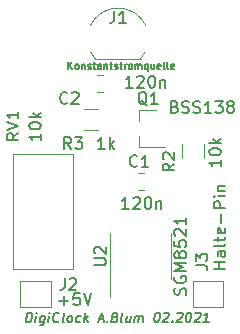
<source format=gbr>
G04 #@! TF.GenerationSoftware,KiCad,Pcbnew,(5.1.5)-1*
G04 #@! TF.CreationDate,2021-04-01T17:00:37+02:00*
G04 #@! TF.ProjectId,KonstantStromQuelle,4b6f6e73-7461-46e7-9453-74726f6d5175,rev?*
G04 #@! TF.SameCoordinates,Original*
G04 #@! TF.FileFunction,Legend,Top*
G04 #@! TF.FilePolarity,Positive*
%FSLAX46Y46*%
G04 Gerber Fmt 4.6, Leading zero omitted, Abs format (unit mm)*
G04 Created by KiCad (PCBNEW (5.1.5)-1) date 2021-04-01 17:00:37*
%MOMM*%
%LPD*%
G04 APERTURE LIST*
%ADD10C,0.150000*%
%ADD11C,0.120000*%
G04 APERTURE END LIST*
D10*
X120473288Y-83673904D02*
X120573288Y-82873904D01*
X120763764Y-82873904D01*
X120873288Y-82912000D01*
X120939955Y-82988190D01*
X120968526Y-83064380D01*
X120987574Y-83216761D01*
X120973288Y-83331047D01*
X120916145Y-83483428D01*
X120868526Y-83559619D01*
X120782812Y-83635809D01*
X120663764Y-83673904D01*
X120473288Y-83673904D01*
X121273288Y-83673904D02*
X121339955Y-83140571D01*
X121373288Y-82873904D02*
X121330431Y-82912000D01*
X121363764Y-82950095D01*
X121406622Y-82912000D01*
X121373288Y-82873904D01*
X121363764Y-82950095D01*
X122063764Y-83140571D02*
X121982812Y-83788190D01*
X121935193Y-83864380D01*
X121892336Y-83902476D01*
X121811383Y-83940571D01*
X121697098Y-83940571D01*
X121625669Y-83902476D01*
X122001860Y-83635809D02*
X121920907Y-83673904D01*
X121768526Y-83673904D01*
X121697098Y-83635809D01*
X121663764Y-83597714D01*
X121635193Y-83521523D01*
X121663764Y-83292952D01*
X121711383Y-83216761D01*
X121754241Y-83178666D01*
X121835193Y-83140571D01*
X121987574Y-83140571D01*
X122059002Y-83178666D01*
X122378050Y-83673904D02*
X122444717Y-83140571D01*
X122478050Y-82873904D02*
X122435193Y-82912000D01*
X122468526Y-82950095D01*
X122511383Y-82912000D01*
X122478050Y-82873904D01*
X122468526Y-82950095D01*
X123225669Y-83597714D02*
X123182812Y-83635809D01*
X123063764Y-83673904D01*
X122987574Y-83673904D01*
X122878050Y-83635809D01*
X122811383Y-83559619D01*
X122782812Y-83483428D01*
X122763764Y-83331047D01*
X122778050Y-83216761D01*
X122835193Y-83064380D01*
X122882812Y-82988190D01*
X122968526Y-82912000D01*
X123087574Y-82873904D01*
X123163764Y-82873904D01*
X123273288Y-82912000D01*
X123306622Y-82950095D01*
X123673288Y-83673904D02*
X123601860Y-83635809D01*
X123573288Y-83559619D01*
X123659002Y-82873904D01*
X124092336Y-83673904D02*
X124020907Y-83635809D01*
X123987574Y-83597714D01*
X123959002Y-83521523D01*
X123987574Y-83292952D01*
X124035193Y-83216761D01*
X124078050Y-83178666D01*
X124159002Y-83140571D01*
X124273288Y-83140571D01*
X124344717Y-83178666D01*
X124378050Y-83216761D01*
X124406622Y-83292952D01*
X124378050Y-83521523D01*
X124330431Y-83597714D01*
X124287574Y-83635809D01*
X124206622Y-83673904D01*
X124092336Y-83673904D01*
X125049479Y-83635809D02*
X124968526Y-83673904D01*
X124816145Y-83673904D01*
X124744717Y-83635809D01*
X124711383Y-83597714D01*
X124682812Y-83521523D01*
X124711383Y-83292952D01*
X124759002Y-83216761D01*
X124801860Y-83178666D01*
X124882812Y-83140571D01*
X125035193Y-83140571D01*
X125106622Y-83178666D01*
X125387574Y-83673904D02*
X125487574Y-82873904D01*
X125501860Y-83369142D02*
X125692336Y-83673904D01*
X125759002Y-83140571D02*
X125416145Y-83445333D01*
X126635193Y-83445333D02*
X127016145Y-83445333D01*
X126530431Y-83673904D02*
X126897098Y-82873904D01*
X127063764Y-83673904D01*
X127339955Y-83597714D02*
X127373288Y-83635809D01*
X127330431Y-83673904D01*
X127297098Y-83635809D01*
X127339955Y-83597714D01*
X127330431Y-83673904D01*
X128030431Y-83254857D02*
X128139955Y-83292952D01*
X128173288Y-83331047D01*
X128201860Y-83407238D01*
X128187574Y-83521523D01*
X128139955Y-83597714D01*
X128097098Y-83635809D01*
X128016145Y-83673904D01*
X127711383Y-83673904D01*
X127811383Y-82873904D01*
X128078050Y-82873904D01*
X128149479Y-82912000D01*
X128182812Y-82950095D01*
X128211383Y-83026285D01*
X128201860Y-83102476D01*
X128154241Y-83178666D01*
X128111383Y-83216761D01*
X128030431Y-83254857D01*
X127763764Y-83254857D01*
X128625669Y-83673904D02*
X128554241Y-83635809D01*
X128525669Y-83559619D01*
X128611383Y-82873904D01*
X129339955Y-83140571D02*
X129273288Y-83673904D01*
X128997098Y-83140571D02*
X128944717Y-83559619D01*
X128973288Y-83635809D01*
X129044717Y-83673904D01*
X129159002Y-83673904D01*
X129239955Y-83635809D01*
X129282812Y-83597714D01*
X129654241Y-83673904D02*
X129720907Y-83140571D01*
X129711383Y-83216761D02*
X129754241Y-83178666D01*
X129835193Y-83140571D01*
X129949479Y-83140571D01*
X130020907Y-83178666D01*
X130049479Y-83254857D01*
X129997098Y-83673904D01*
X130049479Y-83254857D02*
X130097098Y-83178666D01*
X130178050Y-83140571D01*
X130292336Y-83140571D01*
X130363764Y-83178666D01*
X130392336Y-83254857D01*
X130339955Y-83673904D01*
X131582812Y-82873904D02*
X131659002Y-82873904D01*
X131730431Y-82912000D01*
X131763764Y-82950095D01*
X131792336Y-83026285D01*
X131811383Y-83178666D01*
X131787574Y-83369142D01*
X131730431Y-83521523D01*
X131682812Y-83597714D01*
X131639955Y-83635809D01*
X131559002Y-83673904D01*
X131482812Y-83673904D01*
X131411383Y-83635809D01*
X131378050Y-83597714D01*
X131349479Y-83521523D01*
X131330431Y-83369142D01*
X131354241Y-83178666D01*
X131411383Y-83026285D01*
X131459002Y-82950095D01*
X131501860Y-82912000D01*
X131582812Y-82873904D01*
X132144717Y-82950095D02*
X132187574Y-82912000D01*
X132268526Y-82873904D01*
X132459002Y-82873904D01*
X132530431Y-82912000D01*
X132563764Y-82950095D01*
X132592336Y-83026285D01*
X132582812Y-83102476D01*
X132530431Y-83216761D01*
X132016145Y-83673904D01*
X132511383Y-83673904D01*
X132863764Y-83597714D02*
X132897098Y-83635809D01*
X132854241Y-83673904D01*
X132820907Y-83635809D01*
X132863764Y-83597714D01*
X132854241Y-83673904D01*
X133287574Y-82950095D02*
X133330431Y-82912000D01*
X133411383Y-82873904D01*
X133601860Y-82873904D01*
X133673288Y-82912000D01*
X133706622Y-82950095D01*
X133735193Y-83026285D01*
X133725669Y-83102476D01*
X133673288Y-83216761D01*
X133159002Y-83673904D01*
X133654241Y-83673904D01*
X134249479Y-82873904D02*
X134325669Y-82873904D01*
X134397098Y-82912000D01*
X134430431Y-82950095D01*
X134459002Y-83026285D01*
X134478050Y-83178666D01*
X134454241Y-83369142D01*
X134397098Y-83521523D01*
X134349479Y-83597714D01*
X134306622Y-83635809D01*
X134225669Y-83673904D01*
X134149479Y-83673904D01*
X134078050Y-83635809D01*
X134044717Y-83597714D01*
X134016145Y-83521523D01*
X133997098Y-83369142D01*
X134020907Y-83178666D01*
X134078050Y-83026285D01*
X134125669Y-82950095D01*
X134168526Y-82912000D01*
X134249479Y-82873904D01*
X134811383Y-82950095D02*
X134854241Y-82912000D01*
X134935193Y-82873904D01*
X135125669Y-82873904D01*
X135197098Y-82912000D01*
X135230431Y-82950095D01*
X135259002Y-83026285D01*
X135249479Y-83102476D01*
X135197098Y-83216761D01*
X134682812Y-83673904D01*
X135178050Y-83673904D01*
X135939955Y-83673904D02*
X135482812Y-83673904D01*
X135711383Y-83673904D02*
X135811383Y-82873904D01*
X135720907Y-82988190D01*
X135635193Y-83064380D01*
X135554241Y-83102476D01*
D11*
X125381936Y-67458000D02*
X126586064Y-67458000D01*
X125381936Y-65638000D02*
X126586064Y-65638000D01*
X129913748Y-71045000D02*
X130436252Y-71045000D01*
X129913748Y-72465000D02*
X130436252Y-72465000D01*
X126493748Y-64210000D02*
X127016252Y-64210000D01*
X126493748Y-62790000D02*
X127016252Y-62790000D01*
X126330000Y-61390000D02*
X130180000Y-61390000D01*
X125947369Y-60812045D02*
G75*
G03X126330000Y-61390000I2322631J1122045D01*
G01*
X125913600Y-58591193D02*
G75*
G02X128270000Y-57090000I2356400J-1098807D01*
G01*
X130626400Y-58591193D02*
G75*
G03X128270000Y-57090000I-2356400J-1098807D01*
G01*
X130572383Y-60802264D02*
G75*
G02X130180000Y-61390000I-2302383J1112264D01*
G01*
X122585000Y-80180000D02*
X119985000Y-80180000D01*
X122585000Y-82380000D02*
X122585000Y-80180000D01*
X119985000Y-82380000D02*
X122585000Y-82380000D01*
X119985000Y-81880000D02*
X119985000Y-82380000D01*
X119985000Y-80180000D02*
X119985000Y-81880000D01*
X134590000Y-80180000D02*
X134590000Y-81880000D01*
X134590000Y-81880000D02*
X134590000Y-82380000D01*
X134590000Y-82380000D02*
X137190000Y-82380000D01*
X137190000Y-82380000D02*
X137190000Y-80180000D01*
X137190000Y-80180000D02*
X134590000Y-80180000D01*
X130050000Y-65730000D02*
X130050000Y-66660000D01*
X130050000Y-68890000D02*
X130050000Y-67960000D01*
X130050000Y-68890000D02*
X132210000Y-68890000D01*
X130050000Y-65730000D02*
X131510000Y-65730000D01*
X133710000Y-69817064D02*
X133710000Y-68612936D01*
X135530000Y-69817064D02*
X135530000Y-68612936D01*
X119390000Y-79180000D02*
X119390000Y-69410000D01*
X124460000Y-79180000D02*
X124460000Y-69410000D01*
X119390000Y-79180000D02*
X124460000Y-79180000D01*
X119390000Y-69410000D02*
X124460000Y-69410000D01*
X127615000Y-78105000D02*
X127615000Y-81555000D01*
X127615000Y-78105000D02*
X127615000Y-76155000D01*
X132735000Y-78105000D02*
X132735000Y-80055000D01*
X132735000Y-78105000D02*
X132735000Y-76155000D01*
D10*
X124293333Y-69032380D02*
X123960000Y-68556190D01*
X123721904Y-69032380D02*
X123721904Y-68032380D01*
X124102857Y-68032380D01*
X124198095Y-68080000D01*
X124245714Y-68127619D01*
X124293333Y-68222857D01*
X124293333Y-68365714D01*
X124245714Y-68460952D01*
X124198095Y-68508571D01*
X124102857Y-68556190D01*
X123721904Y-68556190D01*
X124626666Y-68032380D02*
X125245714Y-68032380D01*
X124912380Y-68413333D01*
X125055238Y-68413333D01*
X125150476Y-68460952D01*
X125198095Y-68508571D01*
X125245714Y-68603809D01*
X125245714Y-68841904D01*
X125198095Y-68937142D01*
X125150476Y-68984761D01*
X125055238Y-69032380D01*
X124769523Y-69032380D01*
X124674285Y-68984761D01*
X124626666Y-68937142D01*
X127134952Y-69032380D02*
X126563523Y-69032380D01*
X126849238Y-69032380D02*
X126849238Y-68032380D01*
X126754000Y-68175238D01*
X126658761Y-68270476D01*
X126563523Y-68318095D01*
X127563523Y-69032380D02*
X127563523Y-68032380D01*
X127658761Y-68651428D02*
X127944476Y-69032380D01*
X127944476Y-68365714D02*
X127563523Y-68746666D01*
X129881333Y-70461142D02*
X129833714Y-70508761D01*
X129690857Y-70556380D01*
X129595619Y-70556380D01*
X129452761Y-70508761D01*
X129357523Y-70413523D01*
X129309904Y-70318285D01*
X129262285Y-70127809D01*
X129262285Y-69984952D01*
X129309904Y-69794476D01*
X129357523Y-69699238D01*
X129452761Y-69604000D01*
X129595619Y-69556380D01*
X129690857Y-69556380D01*
X129833714Y-69604000D01*
X129881333Y-69651619D01*
X130833714Y-70556380D02*
X130262285Y-70556380D01*
X130548000Y-70556380D02*
X130548000Y-69556380D01*
X130452761Y-69699238D01*
X130357523Y-69794476D01*
X130262285Y-69842095D01*
X129182952Y-74112380D02*
X128611523Y-74112380D01*
X128897238Y-74112380D02*
X128897238Y-73112380D01*
X128802000Y-73255238D01*
X128706761Y-73350476D01*
X128611523Y-73398095D01*
X129563904Y-73207619D02*
X129611523Y-73160000D01*
X129706761Y-73112380D01*
X129944857Y-73112380D01*
X130040095Y-73160000D01*
X130087714Y-73207619D01*
X130135333Y-73302857D01*
X130135333Y-73398095D01*
X130087714Y-73540952D01*
X129516285Y-74112380D01*
X130135333Y-74112380D01*
X130754380Y-73112380D02*
X130849619Y-73112380D01*
X130944857Y-73160000D01*
X130992476Y-73207619D01*
X131040095Y-73302857D01*
X131087714Y-73493333D01*
X131087714Y-73731428D01*
X131040095Y-73921904D01*
X130992476Y-74017142D01*
X130944857Y-74064761D01*
X130849619Y-74112380D01*
X130754380Y-74112380D01*
X130659142Y-74064761D01*
X130611523Y-74017142D01*
X130563904Y-73921904D01*
X130516285Y-73731428D01*
X130516285Y-73493333D01*
X130563904Y-73302857D01*
X130611523Y-73207619D01*
X130659142Y-73160000D01*
X130754380Y-73112380D01*
X131516285Y-73445714D02*
X131516285Y-74112380D01*
X131516285Y-73540952D02*
X131563904Y-73493333D01*
X131659142Y-73445714D01*
X131802000Y-73445714D01*
X131897238Y-73493333D01*
X131944857Y-73588571D01*
X131944857Y-74112380D01*
X123970023Y-65127142D02*
X123922404Y-65174761D01*
X123779547Y-65222380D01*
X123684309Y-65222380D01*
X123541452Y-65174761D01*
X123446214Y-65079523D01*
X123398595Y-64984285D01*
X123350976Y-64793809D01*
X123350976Y-64650952D01*
X123398595Y-64460476D01*
X123446214Y-64365238D01*
X123541452Y-64270000D01*
X123684309Y-64222380D01*
X123779547Y-64222380D01*
X123922404Y-64270000D01*
X123970023Y-64317619D01*
X124350976Y-64317619D02*
X124398595Y-64270000D01*
X124493833Y-64222380D01*
X124731928Y-64222380D01*
X124827166Y-64270000D01*
X124874785Y-64317619D01*
X124922404Y-64412857D01*
X124922404Y-64508095D01*
X124874785Y-64650952D01*
X124303357Y-65222380D01*
X124922404Y-65222380D01*
X129510404Y-63825380D02*
X128938976Y-63825380D01*
X129224690Y-63825380D02*
X129224690Y-62825380D01*
X129129452Y-62968238D01*
X129034214Y-63063476D01*
X128938976Y-63111095D01*
X129891357Y-62920619D02*
X129938976Y-62873000D01*
X130034214Y-62825380D01*
X130272309Y-62825380D01*
X130367547Y-62873000D01*
X130415166Y-62920619D01*
X130462785Y-63015857D01*
X130462785Y-63111095D01*
X130415166Y-63253952D01*
X129843738Y-63825380D01*
X130462785Y-63825380D01*
X131081833Y-62825380D02*
X131177071Y-62825380D01*
X131272309Y-62873000D01*
X131319928Y-62920619D01*
X131367547Y-63015857D01*
X131415166Y-63206333D01*
X131415166Y-63444428D01*
X131367547Y-63634904D01*
X131319928Y-63730142D01*
X131272309Y-63777761D01*
X131177071Y-63825380D01*
X131081833Y-63825380D01*
X130986595Y-63777761D01*
X130938976Y-63730142D01*
X130891357Y-63634904D01*
X130843738Y-63444428D01*
X130843738Y-63206333D01*
X130891357Y-63015857D01*
X130938976Y-62920619D01*
X130986595Y-62873000D01*
X131081833Y-62825380D01*
X131843738Y-63158714D02*
X131843738Y-63825380D01*
X131843738Y-63253952D02*
X131891357Y-63206333D01*
X131986595Y-63158714D01*
X132129452Y-63158714D01*
X132224690Y-63206333D01*
X132272309Y-63301571D01*
X132272309Y-63825380D01*
X127936666Y-57364380D02*
X127936666Y-58078666D01*
X127889047Y-58221523D01*
X127793809Y-58316761D01*
X127650952Y-58364380D01*
X127555714Y-58364380D01*
X128936666Y-58364380D02*
X128365238Y-58364380D01*
X128650952Y-58364380D02*
X128650952Y-57364380D01*
X128555714Y-57507238D01*
X128460476Y-57602476D01*
X128365238Y-57650095D01*
X124052571Y-62247428D02*
X124052571Y-61647428D01*
X124395428Y-62247428D02*
X124138285Y-61904571D01*
X124395428Y-61647428D02*
X124052571Y-61990285D01*
X124738285Y-62247428D02*
X124681142Y-62218857D01*
X124652571Y-62190285D01*
X124624000Y-62133142D01*
X124624000Y-61961714D01*
X124652571Y-61904571D01*
X124681142Y-61876000D01*
X124738285Y-61847428D01*
X124824000Y-61847428D01*
X124881142Y-61876000D01*
X124909714Y-61904571D01*
X124938285Y-61961714D01*
X124938285Y-62133142D01*
X124909714Y-62190285D01*
X124881142Y-62218857D01*
X124824000Y-62247428D01*
X124738285Y-62247428D01*
X125195428Y-61847428D02*
X125195428Y-62247428D01*
X125195428Y-61904571D02*
X125224000Y-61876000D01*
X125281142Y-61847428D01*
X125366857Y-61847428D01*
X125424000Y-61876000D01*
X125452571Y-61933142D01*
X125452571Y-62247428D01*
X125709714Y-62218857D02*
X125766857Y-62247428D01*
X125881142Y-62247428D01*
X125938285Y-62218857D01*
X125966857Y-62161714D01*
X125966857Y-62133142D01*
X125938285Y-62076000D01*
X125881142Y-62047428D01*
X125795428Y-62047428D01*
X125738285Y-62018857D01*
X125709714Y-61961714D01*
X125709714Y-61933142D01*
X125738285Y-61876000D01*
X125795428Y-61847428D01*
X125881142Y-61847428D01*
X125938285Y-61876000D01*
X126138285Y-61847428D02*
X126366857Y-61847428D01*
X126224000Y-61647428D02*
X126224000Y-62161714D01*
X126252571Y-62218857D01*
X126309714Y-62247428D01*
X126366857Y-62247428D01*
X126824000Y-62247428D02*
X126824000Y-61933142D01*
X126795428Y-61876000D01*
X126738285Y-61847428D01*
X126624000Y-61847428D01*
X126566857Y-61876000D01*
X126824000Y-62218857D02*
X126766857Y-62247428D01*
X126624000Y-62247428D01*
X126566857Y-62218857D01*
X126538285Y-62161714D01*
X126538285Y-62104571D01*
X126566857Y-62047428D01*
X126624000Y-62018857D01*
X126766857Y-62018857D01*
X126824000Y-61990285D01*
X127109714Y-61847428D02*
X127109714Y-62247428D01*
X127109714Y-61904571D02*
X127138285Y-61876000D01*
X127195428Y-61847428D01*
X127281142Y-61847428D01*
X127338285Y-61876000D01*
X127366857Y-61933142D01*
X127366857Y-62247428D01*
X127566857Y-61847428D02*
X127795428Y-61847428D01*
X127652571Y-61647428D02*
X127652571Y-62161714D01*
X127681142Y-62218857D01*
X127738285Y-62247428D01*
X127795428Y-62247428D01*
X127966857Y-62218857D02*
X128024000Y-62247428D01*
X128138285Y-62247428D01*
X128195428Y-62218857D01*
X128224000Y-62161714D01*
X128224000Y-62133142D01*
X128195428Y-62076000D01*
X128138285Y-62047428D01*
X128052571Y-62047428D01*
X127995428Y-62018857D01*
X127966857Y-61961714D01*
X127966857Y-61933142D01*
X127995428Y-61876000D01*
X128052571Y-61847428D01*
X128138285Y-61847428D01*
X128195428Y-61876000D01*
X128395428Y-61847428D02*
X128624000Y-61847428D01*
X128481142Y-61647428D02*
X128481142Y-62161714D01*
X128509714Y-62218857D01*
X128566857Y-62247428D01*
X128624000Y-62247428D01*
X128824000Y-62247428D02*
X128824000Y-61847428D01*
X128824000Y-61961714D02*
X128852571Y-61904571D01*
X128881142Y-61876000D01*
X128938285Y-61847428D01*
X128995428Y-61847428D01*
X129281142Y-62247428D02*
X129224000Y-62218857D01*
X129195428Y-62190285D01*
X129166857Y-62133142D01*
X129166857Y-61961714D01*
X129195428Y-61904571D01*
X129224000Y-61876000D01*
X129281142Y-61847428D01*
X129366857Y-61847428D01*
X129424000Y-61876000D01*
X129452571Y-61904571D01*
X129481142Y-61961714D01*
X129481142Y-62133142D01*
X129452571Y-62190285D01*
X129424000Y-62218857D01*
X129366857Y-62247428D01*
X129281142Y-62247428D01*
X129738285Y-62247428D02*
X129738285Y-61847428D01*
X129738285Y-61904571D02*
X129766857Y-61876000D01*
X129824000Y-61847428D01*
X129909714Y-61847428D01*
X129966857Y-61876000D01*
X129995428Y-61933142D01*
X129995428Y-62247428D01*
X129995428Y-61933142D02*
X130024000Y-61876000D01*
X130081142Y-61847428D01*
X130166857Y-61847428D01*
X130224000Y-61876000D01*
X130252571Y-61933142D01*
X130252571Y-62247428D01*
X130795428Y-61847428D02*
X130795428Y-62447428D01*
X130795428Y-62218857D02*
X130738285Y-62247428D01*
X130624000Y-62247428D01*
X130566857Y-62218857D01*
X130538285Y-62190285D01*
X130509714Y-62133142D01*
X130509714Y-61961714D01*
X130538285Y-61904571D01*
X130566857Y-61876000D01*
X130624000Y-61847428D01*
X130738285Y-61847428D01*
X130795428Y-61876000D01*
X131338285Y-61847428D02*
X131338285Y-62247428D01*
X131081142Y-61847428D02*
X131081142Y-62161714D01*
X131109714Y-62218857D01*
X131166857Y-62247428D01*
X131252571Y-62247428D01*
X131309714Y-62218857D01*
X131338285Y-62190285D01*
X131852571Y-62218857D02*
X131795428Y-62247428D01*
X131681142Y-62247428D01*
X131624000Y-62218857D01*
X131595428Y-62161714D01*
X131595428Y-61933142D01*
X131624000Y-61876000D01*
X131681142Y-61847428D01*
X131795428Y-61847428D01*
X131852571Y-61876000D01*
X131881142Y-61933142D01*
X131881142Y-61990285D01*
X131595428Y-62047428D01*
X132224000Y-62247428D02*
X132166857Y-62218857D01*
X132138285Y-62161714D01*
X132138285Y-61647428D01*
X132538285Y-62247428D02*
X132481142Y-62218857D01*
X132452571Y-62161714D01*
X132452571Y-61647428D01*
X132995428Y-62218857D02*
X132938285Y-62247428D01*
X132824000Y-62247428D01*
X132766857Y-62218857D01*
X132738285Y-62161714D01*
X132738285Y-61933142D01*
X132766857Y-61876000D01*
X132824000Y-61847428D01*
X132938285Y-61847428D01*
X132995428Y-61876000D01*
X133024000Y-61933142D01*
X133024000Y-61990285D01*
X132738285Y-62047428D01*
X123745666Y-79970380D02*
X123745666Y-80684666D01*
X123698047Y-80827523D01*
X123602809Y-80922761D01*
X123459952Y-80970380D01*
X123364714Y-80970380D01*
X124174238Y-80065619D02*
X124221857Y-80018000D01*
X124317095Y-79970380D01*
X124555190Y-79970380D01*
X124650428Y-80018000D01*
X124698047Y-80065619D01*
X124745666Y-80160857D01*
X124745666Y-80256095D01*
X124698047Y-80398952D01*
X124126619Y-80970380D01*
X124745666Y-80970380D01*
X123301285Y-81859428D02*
X124063190Y-81859428D01*
X123682238Y-82240380D02*
X123682238Y-81478476D01*
X125015571Y-81240380D02*
X124539380Y-81240380D01*
X124491761Y-81716571D01*
X124539380Y-81668952D01*
X124634619Y-81621333D01*
X124872714Y-81621333D01*
X124967952Y-81668952D01*
X125015571Y-81716571D01*
X125063190Y-81811809D01*
X125063190Y-82049904D01*
X125015571Y-82145142D01*
X124967952Y-82192761D01*
X124872714Y-82240380D01*
X124634619Y-82240380D01*
X124539380Y-82192761D01*
X124491761Y-82145142D01*
X125348904Y-81240380D02*
X125682238Y-82240380D01*
X126015571Y-81240380D01*
X134834380Y-78880690D02*
X135548666Y-78880690D01*
X135691523Y-78928309D01*
X135786761Y-79023547D01*
X135834380Y-79166404D01*
X135834380Y-79261642D01*
X134834380Y-78499738D02*
X134834380Y-77880690D01*
X135215333Y-78214023D01*
X135215333Y-78071166D01*
X135262952Y-77975928D01*
X135310571Y-77928309D01*
X135405809Y-77880690D01*
X135643904Y-77880690D01*
X135739142Y-77928309D01*
X135786761Y-77975928D01*
X135834380Y-78071166D01*
X135834380Y-78356880D01*
X135786761Y-78452119D01*
X135739142Y-78499738D01*
X137358380Y-79166404D02*
X136358380Y-79166404D01*
X136834571Y-79166404D02*
X136834571Y-78594976D01*
X137358380Y-78594976D02*
X136358380Y-78594976D01*
X137358380Y-77690214D02*
X136834571Y-77690214D01*
X136739333Y-77737833D01*
X136691714Y-77833071D01*
X136691714Y-78023547D01*
X136739333Y-78118785D01*
X137310761Y-77690214D02*
X137358380Y-77785452D01*
X137358380Y-78023547D01*
X137310761Y-78118785D01*
X137215523Y-78166404D01*
X137120285Y-78166404D01*
X137025047Y-78118785D01*
X136977428Y-78023547D01*
X136977428Y-77785452D01*
X136929809Y-77690214D01*
X137358380Y-77071166D02*
X137310761Y-77166404D01*
X137215523Y-77214023D01*
X136358380Y-77214023D01*
X136691714Y-76833071D02*
X136691714Y-76452119D01*
X136358380Y-76690214D02*
X137215523Y-76690214D01*
X137310761Y-76642595D01*
X137358380Y-76547357D01*
X137358380Y-76452119D01*
X137310761Y-75737833D02*
X137358380Y-75833071D01*
X137358380Y-76023547D01*
X137310761Y-76118785D01*
X137215523Y-76166404D01*
X136834571Y-76166404D01*
X136739333Y-76118785D01*
X136691714Y-76023547D01*
X136691714Y-75833071D01*
X136739333Y-75737833D01*
X136834571Y-75690214D01*
X136929809Y-75690214D01*
X137025047Y-76166404D01*
X136977428Y-75261642D02*
X136977428Y-74499738D01*
X137358380Y-74023547D02*
X136358380Y-74023547D01*
X136358380Y-73642595D01*
X136406000Y-73547357D01*
X136453619Y-73499738D01*
X136548857Y-73452119D01*
X136691714Y-73452119D01*
X136786952Y-73499738D01*
X136834571Y-73547357D01*
X136882190Y-73642595D01*
X136882190Y-74023547D01*
X137358380Y-73023547D02*
X136691714Y-73023547D01*
X136358380Y-73023547D02*
X136406000Y-73071166D01*
X136453619Y-73023547D01*
X136406000Y-72975928D01*
X136358380Y-73023547D01*
X136453619Y-73023547D01*
X136691714Y-72547357D02*
X137358380Y-72547357D01*
X136786952Y-72547357D02*
X136739333Y-72499738D01*
X136691714Y-72404500D01*
X136691714Y-72261642D01*
X136739333Y-72166404D01*
X136834571Y-72118785D01*
X137358380Y-72118785D01*
X130714761Y-65317619D02*
X130619523Y-65270000D01*
X130524285Y-65174761D01*
X130381428Y-65031904D01*
X130286190Y-64984285D01*
X130190952Y-64984285D01*
X130238571Y-65222380D02*
X130143333Y-65174761D01*
X130048095Y-65079523D01*
X130000476Y-64889047D01*
X130000476Y-64555714D01*
X130048095Y-64365238D01*
X130143333Y-64270000D01*
X130238571Y-64222380D01*
X130429047Y-64222380D01*
X130524285Y-64270000D01*
X130619523Y-64365238D01*
X130667142Y-64555714D01*
X130667142Y-64889047D01*
X130619523Y-65079523D01*
X130524285Y-65174761D01*
X130429047Y-65222380D01*
X130238571Y-65222380D01*
X131619523Y-65222380D02*
X131048095Y-65222380D01*
X131333809Y-65222380D02*
X131333809Y-64222380D01*
X131238571Y-64365238D01*
X131143333Y-64460476D01*
X131048095Y-64508095D01*
X133072476Y-65460571D02*
X133215333Y-65508190D01*
X133262952Y-65555809D01*
X133310571Y-65651047D01*
X133310571Y-65793904D01*
X133262952Y-65889142D01*
X133215333Y-65936761D01*
X133120095Y-65984380D01*
X132739142Y-65984380D01*
X132739142Y-64984380D01*
X133072476Y-64984380D01*
X133167714Y-65032000D01*
X133215333Y-65079619D01*
X133262952Y-65174857D01*
X133262952Y-65270095D01*
X133215333Y-65365333D01*
X133167714Y-65412952D01*
X133072476Y-65460571D01*
X132739142Y-65460571D01*
X133691523Y-65936761D02*
X133834380Y-65984380D01*
X134072476Y-65984380D01*
X134167714Y-65936761D01*
X134215333Y-65889142D01*
X134262952Y-65793904D01*
X134262952Y-65698666D01*
X134215333Y-65603428D01*
X134167714Y-65555809D01*
X134072476Y-65508190D01*
X133882000Y-65460571D01*
X133786761Y-65412952D01*
X133739142Y-65365333D01*
X133691523Y-65270095D01*
X133691523Y-65174857D01*
X133739142Y-65079619D01*
X133786761Y-65032000D01*
X133882000Y-64984380D01*
X134120095Y-64984380D01*
X134262952Y-65032000D01*
X134643904Y-65936761D02*
X134786761Y-65984380D01*
X135024857Y-65984380D01*
X135120095Y-65936761D01*
X135167714Y-65889142D01*
X135215333Y-65793904D01*
X135215333Y-65698666D01*
X135167714Y-65603428D01*
X135120095Y-65555809D01*
X135024857Y-65508190D01*
X134834380Y-65460571D01*
X134739142Y-65412952D01*
X134691523Y-65365333D01*
X134643904Y-65270095D01*
X134643904Y-65174857D01*
X134691523Y-65079619D01*
X134739142Y-65032000D01*
X134834380Y-64984380D01*
X135072476Y-64984380D01*
X135215333Y-65032000D01*
X136167714Y-65984380D02*
X135596285Y-65984380D01*
X135882000Y-65984380D02*
X135882000Y-64984380D01*
X135786761Y-65127238D01*
X135691523Y-65222476D01*
X135596285Y-65270095D01*
X136501047Y-64984380D02*
X137120095Y-64984380D01*
X136786761Y-65365333D01*
X136929619Y-65365333D01*
X137024857Y-65412952D01*
X137072476Y-65460571D01*
X137120095Y-65555809D01*
X137120095Y-65793904D01*
X137072476Y-65889142D01*
X137024857Y-65936761D01*
X136929619Y-65984380D01*
X136643904Y-65984380D01*
X136548666Y-65936761D01*
X136501047Y-65889142D01*
X137691523Y-65412952D02*
X137596285Y-65365333D01*
X137548666Y-65317714D01*
X137501047Y-65222476D01*
X137501047Y-65174857D01*
X137548666Y-65079619D01*
X137596285Y-65032000D01*
X137691523Y-64984380D01*
X137882000Y-64984380D01*
X137977238Y-65032000D01*
X138024857Y-65079619D01*
X138072476Y-65174857D01*
X138072476Y-65222476D01*
X138024857Y-65317714D01*
X137977238Y-65365333D01*
X137882000Y-65412952D01*
X137691523Y-65412952D01*
X137596285Y-65460571D01*
X137548666Y-65508190D01*
X137501047Y-65603428D01*
X137501047Y-65793904D01*
X137548666Y-65889142D01*
X137596285Y-65936761D01*
X137691523Y-65984380D01*
X137882000Y-65984380D01*
X137977238Y-65936761D01*
X138024857Y-65889142D01*
X138072476Y-65793904D01*
X138072476Y-65603428D01*
X138024857Y-65508190D01*
X137977238Y-65460571D01*
X137882000Y-65412952D01*
X133040380Y-70270666D02*
X132564190Y-70604000D01*
X133040380Y-70842095D02*
X132040380Y-70842095D01*
X132040380Y-70461142D01*
X132088000Y-70365904D01*
X132135619Y-70318285D01*
X132230857Y-70270666D01*
X132373714Y-70270666D01*
X132468952Y-70318285D01*
X132516571Y-70365904D01*
X132564190Y-70461142D01*
X132564190Y-70842095D01*
X132135619Y-69889714D02*
X132088000Y-69842095D01*
X132040380Y-69746857D01*
X132040380Y-69508761D01*
X132088000Y-69413523D01*
X132135619Y-69365904D01*
X132230857Y-69318285D01*
X132326095Y-69318285D01*
X132468952Y-69365904D01*
X133040380Y-69937333D01*
X133040380Y-69318285D01*
X136977380Y-69937238D02*
X136977380Y-70508666D01*
X136977380Y-70222952D02*
X135977380Y-70222952D01*
X136120238Y-70318190D01*
X136215476Y-70413428D01*
X136263095Y-70508666D01*
X135977380Y-69318190D02*
X135977380Y-69222952D01*
X136025000Y-69127714D01*
X136072619Y-69080095D01*
X136167857Y-69032476D01*
X136358333Y-68984857D01*
X136596428Y-68984857D01*
X136786904Y-69032476D01*
X136882142Y-69080095D01*
X136929761Y-69127714D01*
X136977380Y-69222952D01*
X136977380Y-69318190D01*
X136929761Y-69413428D01*
X136882142Y-69461047D01*
X136786904Y-69508666D01*
X136596428Y-69556285D01*
X136358333Y-69556285D01*
X136167857Y-69508666D01*
X136072619Y-69461047D01*
X136025000Y-69413428D01*
X135977380Y-69318190D01*
X136977380Y-68556285D02*
X135977380Y-68556285D01*
X136596428Y-68461047D02*
X136977380Y-68175333D01*
X136310714Y-68175333D02*
X136691666Y-68556285D01*
X119832380Y-67672976D02*
X119356190Y-68006309D01*
X119832380Y-68244404D02*
X118832380Y-68244404D01*
X118832380Y-67863452D01*
X118880000Y-67768214D01*
X118927619Y-67720595D01*
X119022857Y-67672976D01*
X119165714Y-67672976D01*
X119260952Y-67720595D01*
X119308571Y-67768214D01*
X119356190Y-67863452D01*
X119356190Y-68244404D01*
X118832380Y-67387261D02*
X119832380Y-67053928D01*
X118832380Y-66720595D01*
X119832380Y-65863452D02*
X119832380Y-66434880D01*
X119832380Y-66149166D02*
X118832380Y-66149166D01*
X118975238Y-66244404D01*
X119070476Y-66339642D01*
X119118095Y-66434880D01*
X121737380Y-67720595D02*
X121737380Y-68292023D01*
X121737380Y-68006309D02*
X120737380Y-68006309D01*
X120880238Y-68101547D01*
X120975476Y-68196785D01*
X121023095Y-68292023D01*
X120737380Y-67101547D02*
X120737380Y-67006309D01*
X120785000Y-66911071D01*
X120832619Y-66863452D01*
X120927857Y-66815833D01*
X121118333Y-66768214D01*
X121356428Y-66768214D01*
X121546904Y-66815833D01*
X121642142Y-66863452D01*
X121689761Y-66911071D01*
X121737380Y-67006309D01*
X121737380Y-67101547D01*
X121689761Y-67196785D01*
X121642142Y-67244404D01*
X121546904Y-67292023D01*
X121356428Y-67339642D01*
X121118333Y-67339642D01*
X120927857Y-67292023D01*
X120832619Y-67244404D01*
X120785000Y-67196785D01*
X120737380Y-67101547D01*
X121737380Y-66339642D02*
X120737380Y-66339642D01*
X121356428Y-66244404D02*
X121737380Y-65958690D01*
X121070714Y-65958690D02*
X121451666Y-66339642D01*
X126227380Y-78866904D02*
X127036904Y-78866904D01*
X127132142Y-78819285D01*
X127179761Y-78771666D01*
X127227380Y-78676428D01*
X127227380Y-78485952D01*
X127179761Y-78390714D01*
X127132142Y-78343095D01*
X127036904Y-78295476D01*
X126227380Y-78295476D01*
X126322619Y-77866904D02*
X126275000Y-77819285D01*
X126227380Y-77724047D01*
X126227380Y-77485952D01*
X126275000Y-77390714D01*
X126322619Y-77343095D01*
X126417857Y-77295476D01*
X126513095Y-77295476D01*
X126655952Y-77343095D01*
X127227380Y-77914523D01*
X127227380Y-77295476D01*
X133979761Y-81366904D02*
X134027380Y-81224047D01*
X134027380Y-80985952D01*
X133979761Y-80890714D01*
X133932142Y-80843095D01*
X133836904Y-80795476D01*
X133741666Y-80795476D01*
X133646428Y-80843095D01*
X133598809Y-80890714D01*
X133551190Y-80985952D01*
X133503571Y-81176428D01*
X133455952Y-81271666D01*
X133408333Y-81319285D01*
X133313095Y-81366904D01*
X133217857Y-81366904D01*
X133122619Y-81319285D01*
X133075000Y-81271666D01*
X133027380Y-81176428D01*
X133027380Y-80938333D01*
X133075000Y-80795476D01*
X133075000Y-79843095D02*
X133027380Y-79938333D01*
X133027380Y-80081190D01*
X133075000Y-80224047D01*
X133170238Y-80319285D01*
X133265476Y-80366904D01*
X133455952Y-80414523D01*
X133598809Y-80414523D01*
X133789285Y-80366904D01*
X133884523Y-80319285D01*
X133979761Y-80224047D01*
X134027380Y-80081190D01*
X134027380Y-79985952D01*
X133979761Y-79843095D01*
X133932142Y-79795476D01*
X133598809Y-79795476D01*
X133598809Y-79985952D01*
X134027380Y-79366904D02*
X133027380Y-79366904D01*
X133741666Y-79033571D01*
X133027380Y-78700238D01*
X134027380Y-78700238D01*
X133455952Y-78081190D02*
X133408333Y-78176428D01*
X133360714Y-78224047D01*
X133265476Y-78271666D01*
X133217857Y-78271666D01*
X133122619Y-78224047D01*
X133075000Y-78176428D01*
X133027380Y-78081190D01*
X133027380Y-77890714D01*
X133075000Y-77795476D01*
X133122619Y-77747857D01*
X133217857Y-77700238D01*
X133265476Y-77700238D01*
X133360714Y-77747857D01*
X133408333Y-77795476D01*
X133455952Y-77890714D01*
X133455952Y-78081190D01*
X133503571Y-78176428D01*
X133551190Y-78224047D01*
X133646428Y-78271666D01*
X133836904Y-78271666D01*
X133932142Y-78224047D01*
X133979761Y-78176428D01*
X134027380Y-78081190D01*
X134027380Y-77890714D01*
X133979761Y-77795476D01*
X133932142Y-77747857D01*
X133836904Y-77700238D01*
X133646428Y-77700238D01*
X133551190Y-77747857D01*
X133503571Y-77795476D01*
X133455952Y-77890714D01*
X133027380Y-76795476D02*
X133027380Y-77271666D01*
X133503571Y-77319285D01*
X133455952Y-77271666D01*
X133408333Y-77176428D01*
X133408333Y-76938333D01*
X133455952Y-76843095D01*
X133503571Y-76795476D01*
X133598809Y-76747857D01*
X133836904Y-76747857D01*
X133932142Y-76795476D01*
X133979761Y-76843095D01*
X134027380Y-76938333D01*
X134027380Y-77176428D01*
X133979761Y-77271666D01*
X133932142Y-77319285D01*
X133122619Y-76366904D02*
X133075000Y-76319285D01*
X133027380Y-76224047D01*
X133027380Y-75985952D01*
X133075000Y-75890714D01*
X133122619Y-75843095D01*
X133217857Y-75795476D01*
X133313095Y-75795476D01*
X133455952Y-75843095D01*
X134027380Y-76414523D01*
X134027380Y-75795476D01*
X134027380Y-74843095D02*
X134027380Y-75414523D01*
X134027380Y-75128809D02*
X133027380Y-75128809D01*
X133170238Y-75224047D01*
X133265476Y-75319285D01*
X133313095Y-75414523D01*
M02*

</source>
